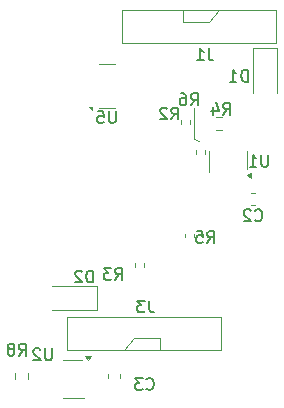
<source format=gbr>
%TF.GenerationSoftware,KiCad,Pcbnew,8.0.3*%
%TF.CreationDate,2024-07-01T18:30:19+03:00*%
%TF.ProjectId,Shield_Emergent_3,53686965-6c64-45f4-956d-657267656e74,rev?*%
%TF.SameCoordinates,Original*%
%TF.FileFunction,Legend,Bot*%
%TF.FilePolarity,Positive*%
%FSLAX46Y46*%
G04 Gerber Fmt 4.6, Leading zero omitted, Abs format (unit mm)*
G04 Created by KiCad (PCBNEW 8.0.3) date 2024-07-01 18:30:19*
%MOMM*%
%LPD*%
G01*
G04 APERTURE LIST*
%ADD10C,0.100000*%
%ADD11C,0.150000*%
%ADD12C,0.120000*%
G04 APERTURE END LIST*
D10*
X18200000Y-8900000D02*
X18200000Y-11500000D01*
X18200000Y-11500000D02*
X18600000Y-11700000D01*
D11*
X19433333Y-3854819D02*
X19433333Y-4569104D01*
X19433333Y-4569104D02*
X19480952Y-4711961D01*
X19480952Y-4711961D02*
X19576190Y-4807200D01*
X19576190Y-4807200D02*
X19719047Y-4854819D01*
X19719047Y-4854819D02*
X19814285Y-4854819D01*
X18433333Y-4854819D02*
X19004761Y-4854819D01*
X18719047Y-4854819D02*
X18719047Y-3854819D01*
X18719047Y-3854819D02*
X18814285Y-3997676D01*
X18814285Y-3997676D02*
X18909523Y-4092914D01*
X18909523Y-4092914D02*
X19004761Y-4140533D01*
X14383333Y-25204819D02*
X14383333Y-25919104D01*
X14383333Y-25919104D02*
X14430952Y-26061961D01*
X14430952Y-26061961D02*
X14526190Y-26157200D01*
X14526190Y-26157200D02*
X14669047Y-26204819D01*
X14669047Y-26204819D02*
X14764285Y-26204819D01*
X14002380Y-25204819D02*
X13383333Y-25204819D01*
X13383333Y-25204819D02*
X13716666Y-25585771D01*
X13716666Y-25585771D02*
X13573809Y-25585771D01*
X13573809Y-25585771D02*
X13478571Y-25633390D01*
X13478571Y-25633390D02*
X13430952Y-25681009D01*
X13430952Y-25681009D02*
X13383333Y-25776247D01*
X13383333Y-25776247D02*
X13383333Y-26014342D01*
X13383333Y-26014342D02*
X13430952Y-26109580D01*
X13430952Y-26109580D02*
X13478571Y-26157200D01*
X13478571Y-26157200D02*
X13573809Y-26204819D01*
X13573809Y-26204819D02*
X13859523Y-26204819D01*
X13859523Y-26204819D02*
X13954761Y-26157200D01*
X13954761Y-26157200D02*
X14002380Y-26109580D01*
X17916666Y-8654819D02*
X18249999Y-8178628D01*
X18488094Y-8654819D02*
X18488094Y-7654819D01*
X18488094Y-7654819D02*
X18107142Y-7654819D01*
X18107142Y-7654819D02*
X18011904Y-7702438D01*
X18011904Y-7702438D02*
X17964285Y-7750057D01*
X17964285Y-7750057D02*
X17916666Y-7845295D01*
X17916666Y-7845295D02*
X17916666Y-7988152D01*
X17916666Y-7988152D02*
X17964285Y-8083390D01*
X17964285Y-8083390D02*
X18011904Y-8131009D01*
X18011904Y-8131009D02*
X18107142Y-8178628D01*
X18107142Y-8178628D02*
X18488094Y-8178628D01*
X17059523Y-7654819D02*
X17249999Y-7654819D01*
X17249999Y-7654819D02*
X17345237Y-7702438D01*
X17345237Y-7702438D02*
X17392856Y-7750057D01*
X17392856Y-7750057D02*
X17488094Y-7892914D01*
X17488094Y-7892914D02*
X17535713Y-8083390D01*
X17535713Y-8083390D02*
X17535713Y-8464342D01*
X17535713Y-8464342D02*
X17488094Y-8559580D01*
X17488094Y-8559580D02*
X17440475Y-8607200D01*
X17440475Y-8607200D02*
X17345237Y-8654819D01*
X17345237Y-8654819D02*
X17154761Y-8654819D01*
X17154761Y-8654819D02*
X17059523Y-8607200D01*
X17059523Y-8607200D02*
X17011904Y-8559580D01*
X17011904Y-8559580D02*
X16964285Y-8464342D01*
X16964285Y-8464342D02*
X16964285Y-8226247D01*
X16964285Y-8226247D02*
X17011904Y-8131009D01*
X17011904Y-8131009D02*
X17059523Y-8083390D01*
X17059523Y-8083390D02*
X17154761Y-8035771D01*
X17154761Y-8035771D02*
X17345237Y-8035771D01*
X17345237Y-8035771D02*
X17440475Y-8083390D01*
X17440475Y-8083390D02*
X17488094Y-8131009D01*
X17488094Y-8131009D02*
X17535713Y-8226247D01*
X6161904Y-29254819D02*
X6161904Y-30064342D01*
X6161904Y-30064342D02*
X6114285Y-30159580D01*
X6114285Y-30159580D02*
X6066666Y-30207200D01*
X6066666Y-30207200D02*
X5971428Y-30254819D01*
X5971428Y-30254819D02*
X5780952Y-30254819D01*
X5780952Y-30254819D02*
X5685714Y-30207200D01*
X5685714Y-30207200D02*
X5638095Y-30159580D01*
X5638095Y-30159580D02*
X5590476Y-30064342D01*
X5590476Y-30064342D02*
X5590476Y-29254819D01*
X5161904Y-29350057D02*
X5114285Y-29302438D01*
X5114285Y-29302438D02*
X5019047Y-29254819D01*
X5019047Y-29254819D02*
X4780952Y-29254819D01*
X4780952Y-29254819D02*
X4685714Y-29302438D01*
X4685714Y-29302438D02*
X4638095Y-29350057D01*
X4638095Y-29350057D02*
X4590476Y-29445295D01*
X4590476Y-29445295D02*
X4590476Y-29540533D01*
X4590476Y-29540533D02*
X4638095Y-29683390D01*
X4638095Y-29683390D02*
X5209523Y-30254819D01*
X5209523Y-30254819D02*
X4590476Y-30254819D01*
X22738094Y-6654819D02*
X22738094Y-5654819D01*
X22738094Y-5654819D02*
X22499999Y-5654819D01*
X22499999Y-5654819D02*
X22357142Y-5702438D01*
X22357142Y-5702438D02*
X22261904Y-5797676D01*
X22261904Y-5797676D02*
X22214285Y-5892914D01*
X22214285Y-5892914D02*
X22166666Y-6083390D01*
X22166666Y-6083390D02*
X22166666Y-6226247D01*
X22166666Y-6226247D02*
X22214285Y-6416723D01*
X22214285Y-6416723D02*
X22261904Y-6511961D01*
X22261904Y-6511961D02*
X22357142Y-6607200D01*
X22357142Y-6607200D02*
X22499999Y-6654819D01*
X22499999Y-6654819D02*
X22738094Y-6654819D01*
X21214285Y-6654819D02*
X21785713Y-6654819D01*
X21499999Y-6654819D02*
X21499999Y-5654819D01*
X21499999Y-5654819D02*
X21595237Y-5797676D01*
X21595237Y-5797676D02*
X21690475Y-5892914D01*
X21690475Y-5892914D02*
X21785713Y-5940533D01*
X3366666Y-29854819D02*
X3699999Y-29378628D01*
X3938094Y-29854819D02*
X3938094Y-28854819D01*
X3938094Y-28854819D02*
X3557142Y-28854819D01*
X3557142Y-28854819D02*
X3461904Y-28902438D01*
X3461904Y-28902438D02*
X3414285Y-28950057D01*
X3414285Y-28950057D02*
X3366666Y-29045295D01*
X3366666Y-29045295D02*
X3366666Y-29188152D01*
X3366666Y-29188152D02*
X3414285Y-29283390D01*
X3414285Y-29283390D02*
X3461904Y-29331009D01*
X3461904Y-29331009D02*
X3557142Y-29378628D01*
X3557142Y-29378628D02*
X3938094Y-29378628D01*
X2795237Y-29283390D02*
X2890475Y-29235771D01*
X2890475Y-29235771D02*
X2938094Y-29188152D01*
X2938094Y-29188152D02*
X2985713Y-29092914D01*
X2985713Y-29092914D02*
X2985713Y-29045295D01*
X2985713Y-29045295D02*
X2938094Y-28950057D01*
X2938094Y-28950057D02*
X2890475Y-28902438D01*
X2890475Y-28902438D02*
X2795237Y-28854819D01*
X2795237Y-28854819D02*
X2604761Y-28854819D01*
X2604761Y-28854819D02*
X2509523Y-28902438D01*
X2509523Y-28902438D02*
X2461904Y-28950057D01*
X2461904Y-28950057D02*
X2414285Y-29045295D01*
X2414285Y-29045295D02*
X2414285Y-29092914D01*
X2414285Y-29092914D02*
X2461904Y-29188152D01*
X2461904Y-29188152D02*
X2509523Y-29235771D01*
X2509523Y-29235771D02*
X2604761Y-29283390D01*
X2604761Y-29283390D02*
X2795237Y-29283390D01*
X2795237Y-29283390D02*
X2890475Y-29331009D01*
X2890475Y-29331009D02*
X2938094Y-29378628D01*
X2938094Y-29378628D02*
X2985713Y-29473866D01*
X2985713Y-29473866D02*
X2985713Y-29664342D01*
X2985713Y-29664342D02*
X2938094Y-29759580D01*
X2938094Y-29759580D02*
X2890475Y-29807200D01*
X2890475Y-29807200D02*
X2795237Y-29854819D01*
X2795237Y-29854819D02*
X2604761Y-29854819D01*
X2604761Y-29854819D02*
X2509523Y-29807200D01*
X2509523Y-29807200D02*
X2461904Y-29759580D01*
X2461904Y-29759580D02*
X2414285Y-29664342D01*
X2414285Y-29664342D02*
X2414285Y-29473866D01*
X2414285Y-29473866D02*
X2461904Y-29378628D01*
X2461904Y-29378628D02*
X2509523Y-29331009D01*
X2509523Y-29331009D02*
X2604761Y-29283390D01*
X16266666Y-9854819D02*
X16599999Y-9378628D01*
X16838094Y-9854819D02*
X16838094Y-8854819D01*
X16838094Y-8854819D02*
X16457142Y-8854819D01*
X16457142Y-8854819D02*
X16361904Y-8902438D01*
X16361904Y-8902438D02*
X16314285Y-8950057D01*
X16314285Y-8950057D02*
X16266666Y-9045295D01*
X16266666Y-9045295D02*
X16266666Y-9188152D01*
X16266666Y-9188152D02*
X16314285Y-9283390D01*
X16314285Y-9283390D02*
X16361904Y-9331009D01*
X16361904Y-9331009D02*
X16457142Y-9378628D01*
X16457142Y-9378628D02*
X16838094Y-9378628D01*
X15885713Y-8950057D02*
X15838094Y-8902438D01*
X15838094Y-8902438D02*
X15742856Y-8854819D01*
X15742856Y-8854819D02*
X15504761Y-8854819D01*
X15504761Y-8854819D02*
X15409523Y-8902438D01*
X15409523Y-8902438D02*
X15361904Y-8950057D01*
X15361904Y-8950057D02*
X15314285Y-9045295D01*
X15314285Y-9045295D02*
X15314285Y-9140533D01*
X15314285Y-9140533D02*
X15361904Y-9283390D01*
X15361904Y-9283390D02*
X15933332Y-9854819D01*
X15933332Y-9854819D02*
X15314285Y-9854819D01*
X14166666Y-32659580D02*
X14214285Y-32707200D01*
X14214285Y-32707200D02*
X14357142Y-32754819D01*
X14357142Y-32754819D02*
X14452380Y-32754819D01*
X14452380Y-32754819D02*
X14595237Y-32707200D01*
X14595237Y-32707200D02*
X14690475Y-32611961D01*
X14690475Y-32611961D02*
X14738094Y-32516723D01*
X14738094Y-32516723D02*
X14785713Y-32326247D01*
X14785713Y-32326247D02*
X14785713Y-32183390D01*
X14785713Y-32183390D02*
X14738094Y-31992914D01*
X14738094Y-31992914D02*
X14690475Y-31897676D01*
X14690475Y-31897676D02*
X14595237Y-31802438D01*
X14595237Y-31802438D02*
X14452380Y-31754819D01*
X14452380Y-31754819D02*
X14357142Y-31754819D01*
X14357142Y-31754819D02*
X14214285Y-31802438D01*
X14214285Y-31802438D02*
X14166666Y-31850057D01*
X13833332Y-31754819D02*
X13214285Y-31754819D01*
X13214285Y-31754819D02*
X13547618Y-32135771D01*
X13547618Y-32135771D02*
X13404761Y-32135771D01*
X13404761Y-32135771D02*
X13309523Y-32183390D01*
X13309523Y-32183390D02*
X13261904Y-32231009D01*
X13261904Y-32231009D02*
X13214285Y-32326247D01*
X13214285Y-32326247D02*
X13214285Y-32564342D01*
X13214285Y-32564342D02*
X13261904Y-32659580D01*
X13261904Y-32659580D02*
X13309523Y-32707200D01*
X13309523Y-32707200D02*
X13404761Y-32754819D01*
X13404761Y-32754819D02*
X13690475Y-32754819D01*
X13690475Y-32754819D02*
X13785713Y-32707200D01*
X13785713Y-32707200D02*
X13833332Y-32659580D01*
X11561904Y-9154819D02*
X11561904Y-9964342D01*
X11561904Y-9964342D02*
X11514285Y-10059580D01*
X11514285Y-10059580D02*
X11466666Y-10107200D01*
X11466666Y-10107200D02*
X11371428Y-10154819D01*
X11371428Y-10154819D02*
X11180952Y-10154819D01*
X11180952Y-10154819D02*
X11085714Y-10107200D01*
X11085714Y-10107200D02*
X11038095Y-10059580D01*
X11038095Y-10059580D02*
X10990476Y-9964342D01*
X10990476Y-9964342D02*
X10990476Y-9154819D01*
X10038095Y-9154819D02*
X10514285Y-9154819D01*
X10514285Y-9154819D02*
X10561904Y-9631009D01*
X10561904Y-9631009D02*
X10514285Y-9583390D01*
X10514285Y-9583390D02*
X10419047Y-9535771D01*
X10419047Y-9535771D02*
X10180952Y-9535771D01*
X10180952Y-9535771D02*
X10085714Y-9583390D01*
X10085714Y-9583390D02*
X10038095Y-9631009D01*
X10038095Y-9631009D02*
X9990476Y-9726247D01*
X9990476Y-9726247D02*
X9990476Y-9964342D01*
X9990476Y-9964342D02*
X10038095Y-10059580D01*
X10038095Y-10059580D02*
X10085714Y-10107200D01*
X10085714Y-10107200D02*
X10180952Y-10154819D01*
X10180952Y-10154819D02*
X10419047Y-10154819D01*
X10419047Y-10154819D02*
X10514285Y-10107200D01*
X10514285Y-10107200D02*
X10561904Y-10059580D01*
X24461904Y-12854819D02*
X24461904Y-13664342D01*
X24461904Y-13664342D02*
X24414285Y-13759580D01*
X24414285Y-13759580D02*
X24366666Y-13807200D01*
X24366666Y-13807200D02*
X24271428Y-13854819D01*
X24271428Y-13854819D02*
X24080952Y-13854819D01*
X24080952Y-13854819D02*
X23985714Y-13807200D01*
X23985714Y-13807200D02*
X23938095Y-13759580D01*
X23938095Y-13759580D02*
X23890476Y-13664342D01*
X23890476Y-13664342D02*
X23890476Y-12854819D01*
X22890476Y-13854819D02*
X23461904Y-13854819D01*
X23176190Y-13854819D02*
X23176190Y-12854819D01*
X23176190Y-12854819D02*
X23271428Y-12997676D01*
X23271428Y-12997676D02*
X23366666Y-13092914D01*
X23366666Y-13092914D02*
X23461904Y-13140533D01*
X11516666Y-23454819D02*
X11849999Y-22978628D01*
X12088094Y-23454819D02*
X12088094Y-22454819D01*
X12088094Y-22454819D02*
X11707142Y-22454819D01*
X11707142Y-22454819D02*
X11611904Y-22502438D01*
X11611904Y-22502438D02*
X11564285Y-22550057D01*
X11564285Y-22550057D02*
X11516666Y-22645295D01*
X11516666Y-22645295D02*
X11516666Y-22788152D01*
X11516666Y-22788152D02*
X11564285Y-22883390D01*
X11564285Y-22883390D02*
X11611904Y-22931009D01*
X11611904Y-22931009D02*
X11707142Y-22978628D01*
X11707142Y-22978628D02*
X12088094Y-22978628D01*
X11183332Y-22454819D02*
X10564285Y-22454819D01*
X10564285Y-22454819D02*
X10897618Y-22835771D01*
X10897618Y-22835771D02*
X10754761Y-22835771D01*
X10754761Y-22835771D02*
X10659523Y-22883390D01*
X10659523Y-22883390D02*
X10611904Y-22931009D01*
X10611904Y-22931009D02*
X10564285Y-23026247D01*
X10564285Y-23026247D02*
X10564285Y-23264342D01*
X10564285Y-23264342D02*
X10611904Y-23359580D01*
X10611904Y-23359580D02*
X10659523Y-23407200D01*
X10659523Y-23407200D02*
X10754761Y-23454819D01*
X10754761Y-23454819D02*
X11040475Y-23454819D01*
X11040475Y-23454819D02*
X11135713Y-23407200D01*
X11135713Y-23407200D02*
X11183332Y-23359580D01*
X23366666Y-18389580D02*
X23414285Y-18437200D01*
X23414285Y-18437200D02*
X23557142Y-18484819D01*
X23557142Y-18484819D02*
X23652380Y-18484819D01*
X23652380Y-18484819D02*
X23795237Y-18437200D01*
X23795237Y-18437200D02*
X23890475Y-18341961D01*
X23890475Y-18341961D02*
X23938094Y-18246723D01*
X23938094Y-18246723D02*
X23985713Y-18056247D01*
X23985713Y-18056247D02*
X23985713Y-17913390D01*
X23985713Y-17913390D02*
X23938094Y-17722914D01*
X23938094Y-17722914D02*
X23890475Y-17627676D01*
X23890475Y-17627676D02*
X23795237Y-17532438D01*
X23795237Y-17532438D02*
X23652380Y-17484819D01*
X23652380Y-17484819D02*
X23557142Y-17484819D01*
X23557142Y-17484819D02*
X23414285Y-17532438D01*
X23414285Y-17532438D02*
X23366666Y-17580057D01*
X22985713Y-17580057D02*
X22938094Y-17532438D01*
X22938094Y-17532438D02*
X22842856Y-17484819D01*
X22842856Y-17484819D02*
X22604761Y-17484819D01*
X22604761Y-17484819D02*
X22509523Y-17532438D01*
X22509523Y-17532438D02*
X22461904Y-17580057D01*
X22461904Y-17580057D02*
X22414285Y-17675295D01*
X22414285Y-17675295D02*
X22414285Y-17770533D01*
X22414285Y-17770533D02*
X22461904Y-17913390D01*
X22461904Y-17913390D02*
X23033332Y-18484819D01*
X23033332Y-18484819D02*
X22414285Y-18484819D01*
X20666666Y-9454819D02*
X20999999Y-8978628D01*
X21238094Y-9454819D02*
X21238094Y-8454819D01*
X21238094Y-8454819D02*
X20857142Y-8454819D01*
X20857142Y-8454819D02*
X20761904Y-8502438D01*
X20761904Y-8502438D02*
X20714285Y-8550057D01*
X20714285Y-8550057D02*
X20666666Y-8645295D01*
X20666666Y-8645295D02*
X20666666Y-8788152D01*
X20666666Y-8788152D02*
X20714285Y-8883390D01*
X20714285Y-8883390D02*
X20761904Y-8931009D01*
X20761904Y-8931009D02*
X20857142Y-8978628D01*
X20857142Y-8978628D02*
X21238094Y-8978628D01*
X19809523Y-8788152D02*
X19809523Y-9454819D01*
X20047618Y-8407200D02*
X20285713Y-9121485D01*
X20285713Y-9121485D02*
X19666666Y-9121485D01*
X19316666Y-20304819D02*
X19649999Y-19828628D01*
X19888094Y-20304819D02*
X19888094Y-19304819D01*
X19888094Y-19304819D02*
X19507142Y-19304819D01*
X19507142Y-19304819D02*
X19411904Y-19352438D01*
X19411904Y-19352438D02*
X19364285Y-19400057D01*
X19364285Y-19400057D02*
X19316666Y-19495295D01*
X19316666Y-19495295D02*
X19316666Y-19638152D01*
X19316666Y-19638152D02*
X19364285Y-19733390D01*
X19364285Y-19733390D02*
X19411904Y-19781009D01*
X19411904Y-19781009D02*
X19507142Y-19828628D01*
X19507142Y-19828628D02*
X19888094Y-19828628D01*
X18411904Y-19304819D02*
X18888094Y-19304819D01*
X18888094Y-19304819D02*
X18935713Y-19781009D01*
X18935713Y-19781009D02*
X18888094Y-19733390D01*
X18888094Y-19733390D02*
X18792856Y-19685771D01*
X18792856Y-19685771D02*
X18554761Y-19685771D01*
X18554761Y-19685771D02*
X18459523Y-19733390D01*
X18459523Y-19733390D02*
X18411904Y-19781009D01*
X18411904Y-19781009D02*
X18364285Y-19876247D01*
X18364285Y-19876247D02*
X18364285Y-20114342D01*
X18364285Y-20114342D02*
X18411904Y-20209580D01*
X18411904Y-20209580D02*
X18459523Y-20257200D01*
X18459523Y-20257200D02*
X18554761Y-20304819D01*
X18554761Y-20304819D02*
X18792856Y-20304819D01*
X18792856Y-20304819D02*
X18888094Y-20257200D01*
X18888094Y-20257200D02*
X18935713Y-20209580D01*
X9638094Y-23654819D02*
X9638094Y-22654819D01*
X9638094Y-22654819D02*
X9399999Y-22654819D01*
X9399999Y-22654819D02*
X9257142Y-22702438D01*
X9257142Y-22702438D02*
X9161904Y-22797676D01*
X9161904Y-22797676D02*
X9114285Y-22892914D01*
X9114285Y-22892914D02*
X9066666Y-23083390D01*
X9066666Y-23083390D02*
X9066666Y-23226247D01*
X9066666Y-23226247D02*
X9114285Y-23416723D01*
X9114285Y-23416723D02*
X9161904Y-23511961D01*
X9161904Y-23511961D02*
X9257142Y-23607200D01*
X9257142Y-23607200D02*
X9399999Y-23654819D01*
X9399999Y-23654819D02*
X9638094Y-23654819D01*
X8685713Y-22750057D02*
X8638094Y-22702438D01*
X8638094Y-22702438D02*
X8542856Y-22654819D01*
X8542856Y-22654819D02*
X8304761Y-22654819D01*
X8304761Y-22654819D02*
X8209523Y-22702438D01*
X8209523Y-22702438D02*
X8161904Y-22750057D01*
X8161904Y-22750057D02*
X8114285Y-22845295D01*
X8114285Y-22845295D02*
X8114285Y-22940533D01*
X8114285Y-22940533D02*
X8161904Y-23083390D01*
X8161904Y-23083390D02*
X8733332Y-23654819D01*
X8733332Y-23654819D02*
X8114285Y-23654819D01*
D12*
%TO.C,J1*%
X17300000Y-1600000D02*
X17300000Y-600000D01*
X19500000Y-1600000D02*
X17300000Y-1600000D01*
X20300000Y-600000D02*
X19500000Y-1600000D01*
X25125400Y-600000D02*
X12100000Y-600000D01*
X12100000Y-3400000D01*
X25125400Y-3400000D01*
X25125400Y-600000D01*
%TO.C,J3*%
X12300000Y-29400000D02*
X13100000Y-28400000D01*
X13100000Y-28400000D02*
X15300000Y-28400000D01*
X15300000Y-28400000D02*
X15300000Y-29400000D01*
X7474600Y-29400000D02*
X20500000Y-29400000D01*
X20500000Y-26600000D01*
X7474600Y-26600000D01*
X7474600Y-29400000D01*
%TO.C,R6*%
X18370000Y-12753641D02*
X18370000Y-12446359D01*
X19130000Y-12753641D02*
X19130000Y-12446359D01*
%TO.C,U2*%
X7100000Y-30190000D02*
X7900000Y-30190000D01*
X7100000Y-33410000D02*
X8900000Y-33410000D01*
X8700000Y-30190000D02*
X7900000Y-30190000D01*
X9200000Y-30240000D02*
X8960000Y-29910000D01*
X9440000Y-29910000D01*
X9200000Y-30240000D01*
G36*
X9200000Y-30240000D02*
G01*
X8960000Y-29910000D01*
X9440000Y-29910000D01*
X9200000Y-30240000D01*
G37*
%TO.C,D1*%
X23200000Y-7650000D02*
X23200000Y-3790000D01*
X25200000Y-3790000D02*
X23200000Y-3790000D01*
X25200000Y-7650000D02*
X25200000Y-3790000D01*
%TO.C,R8*%
X3077500Y-31345276D02*
X3077500Y-31854724D01*
X4122500Y-31345276D02*
X4122500Y-31854724D01*
%TO.C,R2*%
X17120000Y-9946359D02*
X17120000Y-10253641D01*
X17880000Y-9946359D02*
X17880000Y-10253641D01*
%TO.C,C3*%
X10890000Y-31746267D02*
X10890000Y-31453733D01*
X11910000Y-31746267D02*
X11910000Y-31453733D01*
%TO.C,U5*%
X11475000Y-5140000D02*
X10125000Y-5140000D01*
X11475000Y-8860000D02*
X10125000Y-8860000D01*
X9580000Y-9050000D02*
X9300000Y-8770000D01*
X9580000Y-8770000D01*
X9580000Y-9050000D01*
G36*
X9580000Y-9050000D02*
G01*
X9300000Y-8770000D01*
X9580000Y-8770000D01*
X9580000Y-9050000D01*
G37*
%TO.C,U1*%
X19494522Y-12500000D02*
X19494522Y-14300000D01*
X22714522Y-12500000D02*
X22714522Y-13300000D01*
X22714522Y-14100000D02*
X22714522Y-13300000D01*
X22994522Y-14840000D02*
X22664522Y-14600000D01*
X22994522Y-14360000D01*
X22994522Y-14840000D01*
G36*
X22994522Y-14840000D02*
G01*
X22664522Y-14600000D01*
X22994522Y-14360000D01*
X22994522Y-14840000D01*
G37*
%TO.C,R3*%
X13170000Y-22353641D02*
X13170000Y-22046359D01*
X13930000Y-22353641D02*
X13930000Y-22046359D01*
%TO.C,C2*%
X23346267Y-16090000D02*
X23053733Y-16090000D01*
X23346267Y-17110000D02*
X23053733Y-17110000D01*
%TO.C,R4*%
X20049798Y-9677500D02*
X20559246Y-9677500D01*
X20049798Y-10722500D02*
X20559246Y-10722500D01*
%TO.C,R5*%
X17420000Y-19546359D02*
X17420000Y-19853641D01*
X18180000Y-19546359D02*
X18180000Y-19853641D01*
%TO.C,D2*%
X6150000Y-24000000D02*
X10010000Y-24000000D01*
X6150000Y-26000000D02*
X10010000Y-26000000D01*
X10010000Y-26000000D02*
X10010000Y-24000000D01*
%TD*%
M02*

</source>
